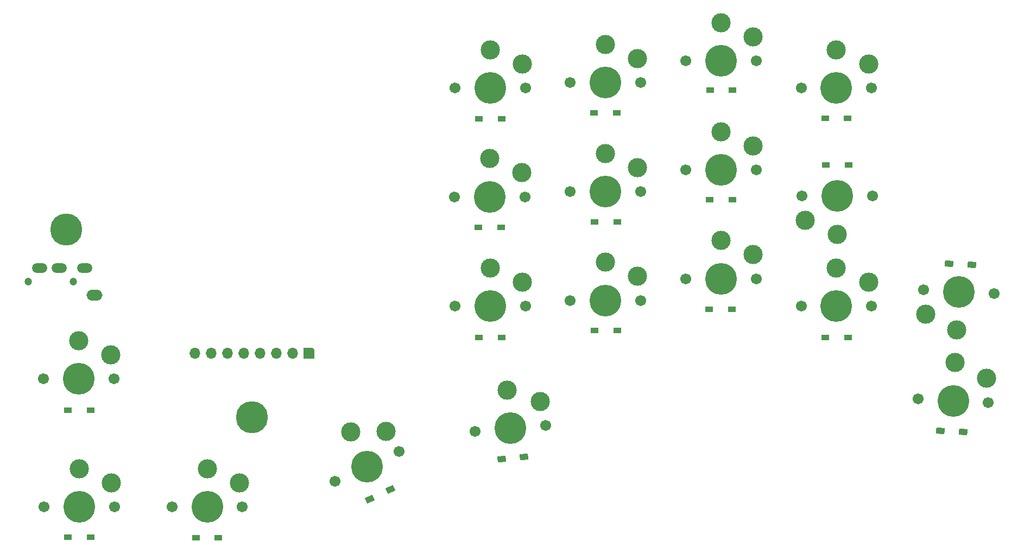
<source format=gts>
%TF.GenerationSoftware,KiCad,Pcbnew,7.0.7*%
%TF.CreationDate,2024-10-06T22:50:33+09:00*%
%TF.ProjectId,evoroll,65766f72-6f6c-46c2-9e6b-696361645f70,rev?*%
%TF.SameCoordinates,Original*%
%TF.FileFunction,Soldermask,Top*%
%TF.FilePolarity,Negative*%
%FSLAX46Y46*%
G04 Gerber Fmt 4.6, Leading zero omitted, Abs format (unit mm)*
G04 Created by KiCad (PCBNEW 7.0.7) date 2024-10-06 22:50:33*
%MOMM*%
%LPD*%
G01*
G04 APERTURE LIST*
G04 Aperture macros list*
%AMRotRect*
0 Rectangle, with rotation*
0 The origin of the aperture is its center*
0 $1 length*
0 $2 width*
0 $3 Rotation angle, in degrees counterclockwise*
0 Add horizontal line*
21,1,$1,$2,0,0,$3*%
%AMOutline5P*
0 Free polygon, 5 corners , with rotation*
0 The origin of the aperture is its center*
0 number of corners: always 5*
0 $1 to $10 corner X, Y*
0 $11 Rotation angle, in degrees counterclockwise*
0 create outline with 5 corners*
4,1,5,$1,$2,$3,$4,$5,$6,$7,$8,$9,$10,$1,$2,$11*%
%AMOutline6P*
0 Free polygon, 6 corners , with rotation*
0 The origin of the aperture is its center*
0 number of corners: always 6*
0 $1 to $12 corner X, Y*
0 $13 Rotation angle, in degrees counterclockwise*
0 create outline with 6 corners*
4,1,6,$1,$2,$3,$4,$5,$6,$7,$8,$9,$10,$11,$12,$1,$2,$13*%
%AMOutline7P*
0 Free polygon, 7 corners , with rotation*
0 The origin of the aperture is its center*
0 number of corners: always 7*
0 $1 to $14 corner X, Y*
0 $15 Rotation angle, in degrees counterclockwise*
0 create outline with 7 corners*
4,1,7,$1,$2,$3,$4,$5,$6,$7,$8,$9,$10,$11,$12,$13,$14,$1,$2,$15*%
%AMOutline8P*
0 Free polygon, 8 corners , with rotation*
0 The origin of the aperture is its center*
0 number of corners: always 8*
0 $1 to $16 corner X, Y*
0 $17 Rotation angle, in degrees counterclockwise*
0 create outline with 8 corners*
4,1,8,$1,$2,$3,$4,$5,$6,$7,$8,$9,$10,$11,$12,$13,$14,$15,$16,$1,$2,$17*%
G04 Aperture macros list end*
%ADD10R,1.300000X0.950000*%
%ADD11C,1.701800*%
%ADD12C,3.000000*%
%ADD13C,4.950000*%
%ADD14C,5.000000*%
%ADD15Outline5P,-0.850000X0.510000X-0.510000X0.850000X0.850000X0.850000X0.850000X-0.850000X-0.850000X-0.850000X270.000000*%
%ADD16O,1.700000X1.700000*%
%ADD17RotRect,1.300000X0.950000X5.000000*%
%ADD18C,1.200000*%
%ADD19O,2.500000X1.700000*%
%ADD20O,2.400000X1.500000*%
%ADD21RotRect,1.300000X0.950000X357.000000*%
%ADD22RotRect,1.300000X0.950000X25.000000*%
G04 APERTURE END LIST*
D10*
%TO.C,D10*%
X87875000Y-74275000D03*
X91425000Y-74275000D03*
%TD*%
D11*
%TO.C,SW15*%
X31025000Y-80750000D03*
D12*
X30525000Y-77000000D03*
D13*
X25525000Y-80750000D03*
D12*
X25525000Y-74800000D03*
D11*
X20025000Y-80750000D03*
%TD*%
%TO.C,SW1*%
X95150000Y-35375000D03*
D12*
X94650000Y-31625000D03*
D13*
X89650000Y-35375000D03*
D12*
X89650000Y-29425000D03*
D11*
X84150000Y-35375000D03*
%TD*%
D10*
%TO.C,D1*%
X87875000Y-40150000D03*
X91425000Y-40150000D03*
%TD*%
%TO.C,D6*%
X105925000Y-56300000D03*
X109475000Y-56300000D03*
%TD*%
D14*
%TO.C,Ref\u002A\u002A*%
X23525000Y-57475000D03*
%TD*%
D11*
%TO.C,SW12*%
X131125000Y-65125000D03*
D12*
X130625000Y-61375000D03*
D13*
X125625000Y-65125000D03*
D12*
X125625000Y-59175000D03*
D11*
X120125000Y-65125000D03*
%TD*%
%TO.C,SW19*%
X98272648Y-87998001D03*
D12*
X97447716Y-84305849D03*
D13*
X92793577Y-88477358D03*
D12*
X92275000Y-82550000D03*
D11*
X87314506Y-88956715D03*
%TD*%
%TO.C,SW16*%
X31075000Y-100725000D03*
D12*
X30575000Y-96975000D03*
D13*
X25575000Y-100725000D03*
D12*
X25575000Y-94775000D03*
D11*
X20075000Y-100725000D03*
%TD*%
%TO.C,SW3*%
X131175000Y-31125000D03*
D12*
X130675000Y-27375000D03*
D13*
X125675000Y-31125000D03*
D12*
X125675000Y-25175000D03*
D11*
X120175000Y-31125000D03*
%TD*%
%TO.C,SW10*%
X95150000Y-69375000D03*
D12*
X94650000Y-65625000D03*
D13*
X89650000Y-69375000D03*
D12*
X89650000Y-63425000D03*
D11*
X84150000Y-69375000D03*
%TD*%
D15*
%TO.C,J1*%
X61430000Y-76725000D03*
D16*
X58890000Y-76725000D03*
X56350000Y-76725000D03*
X53810000Y-76725000D03*
X51270000Y-76725000D03*
X48730000Y-76725000D03*
X46190000Y-76725000D03*
X43650000Y-76725000D03*
%TD*%
D17*
%TO.C,D19*%
X91431754Y-93279701D03*
X94968246Y-92970299D03*
%TD*%
D10*
%TO.C,D12*%
X123825000Y-69925000D03*
X127375000Y-69925000D03*
%TD*%
%TO.C,D16*%
X23800000Y-105500000D03*
X27350000Y-105500000D03*
%TD*%
D18*
%TO.C,J2*%
X17625000Y-65600000D03*
X24625000Y-65600000D03*
D19*
X27925000Y-67700000D03*
D20*
X19425000Y-63500000D03*
X22425000Y-63500000D03*
X26425000Y-63500000D03*
%TD*%
D11*
%TO.C,SW6*%
X113150000Y-51525000D03*
D12*
X112650000Y-47775000D03*
D13*
X107650000Y-51525000D03*
D12*
X107650000Y-45575000D03*
D11*
X102150000Y-51525000D03*
%TD*%
%TO.C,SW2*%
X113125000Y-34525000D03*
D12*
X112625000Y-30775000D03*
D13*
X107625000Y-34525000D03*
D12*
X107625000Y-28575000D03*
D11*
X102125000Y-34525000D03*
%TD*%
D10*
%TO.C,D5*%
X87850000Y-57150000D03*
X91400000Y-57150000D03*
%TD*%
D11*
%TO.C,SW13*%
X149150000Y-69400000D03*
D12*
X148650000Y-65650000D03*
D13*
X143650000Y-69400000D03*
D12*
X143650000Y-63450000D03*
D11*
X138150000Y-69400000D03*
%TD*%
D10*
%TO.C,D7*%
X123875000Y-52825000D03*
X127425000Y-52825000D03*
%TD*%
D11*
%TO.C,SW9*%
X157241651Y-66875398D03*
D12*
X157544705Y-70646427D03*
D13*
X162734113Y-67163246D03*
D12*
X162422714Y-73105092D03*
D11*
X168226575Y-67451094D03*
%TD*%
D21*
%TO.C,D9*%
X161227433Y-62807104D03*
X164772567Y-62992896D03*
%TD*%
D11*
%TO.C,SW5*%
X95125000Y-52350000D03*
D12*
X94625000Y-48600000D03*
D13*
X89625000Y-52350000D03*
D12*
X89625000Y-46400000D03*
D11*
X84125000Y-52350000D03*
%TD*%
D10*
%TO.C,D8*%
X142025000Y-47416790D03*
X145575000Y-47416790D03*
%TD*%
%TO.C,D4*%
X141875000Y-40083211D03*
X145425000Y-40083211D03*
%TD*%
%TO.C,D2*%
X105875000Y-39208211D03*
X109425000Y-39208211D03*
%TD*%
D11*
%TO.C,SW17*%
X51025000Y-100725000D03*
D12*
X50525000Y-96975000D03*
D13*
X45525000Y-100725000D03*
D12*
X45525000Y-94775000D03*
D11*
X40025000Y-100725000D03*
%TD*%
D10*
%TO.C,D15*%
X23775000Y-85650000D03*
X27325000Y-85650000D03*
%TD*%
D22*
%TO.C,D18*%
X70866304Y-99525147D03*
X74083696Y-98024853D03*
%TD*%
D21*
%TO.C,D14*%
X159852433Y-88882104D03*
X163397567Y-89067896D03*
%TD*%
D11*
%TO.C,SW7*%
X131125000Y-48125000D03*
D12*
X130625000Y-44375000D03*
D13*
X125625000Y-48125000D03*
D12*
X125625000Y-42175000D03*
D11*
X120125000Y-48125000D03*
%TD*%
D10*
%TO.C,D17*%
X43750000Y-105550000D03*
X47300000Y-105550000D03*
%TD*%
D11*
%TO.C,SW11*%
X113150000Y-68525000D03*
D12*
X112650000Y-64775000D03*
D13*
X107650000Y-68525000D03*
D12*
X107650000Y-62575000D03*
D11*
X102150000Y-68525000D03*
%TD*%
D10*
%TO.C,D13*%
X141900000Y-74308211D03*
X145450000Y-74308211D03*
%TD*%
%TO.C,D11*%
X105900000Y-73200000D03*
X109450000Y-73200000D03*
%TD*%
D14*
%TO.C,Ref\u002A\u002A*%
X52525000Y-86750000D03*
%TD*%
D11*
%TO.C,SW4*%
X149150000Y-35350000D03*
D12*
X148650000Y-31600000D03*
D13*
X143650000Y-35350000D03*
D12*
X143650000Y-29400000D03*
D11*
X138150000Y-35350000D03*
%TD*%
%TO.C,SW14*%
X167356063Y-84454694D03*
D12*
X167053009Y-80683665D03*
D13*
X161863601Y-84166846D03*
D12*
X162175000Y-78225000D03*
D11*
X156371139Y-83878998D03*
%TD*%
D10*
%TO.C,D3*%
X123925000Y-35733211D03*
X127475000Y-35733211D03*
%TD*%
D11*
%TO.C,SW8*%
X138275000Y-52225000D03*
D12*
X138775000Y-55975000D03*
D13*
X143775000Y-52225000D03*
D12*
X143775000Y-58175000D03*
D11*
X149275000Y-52225000D03*
%TD*%
%TO.C,SW18*%
X75424272Y-92118131D03*
D12*
X73386299Y-88930785D03*
D13*
X70439579Y-94442531D03*
D12*
X67925000Y-89050000D03*
D11*
X65454886Y-96766931D03*
%TD*%
M02*

</source>
